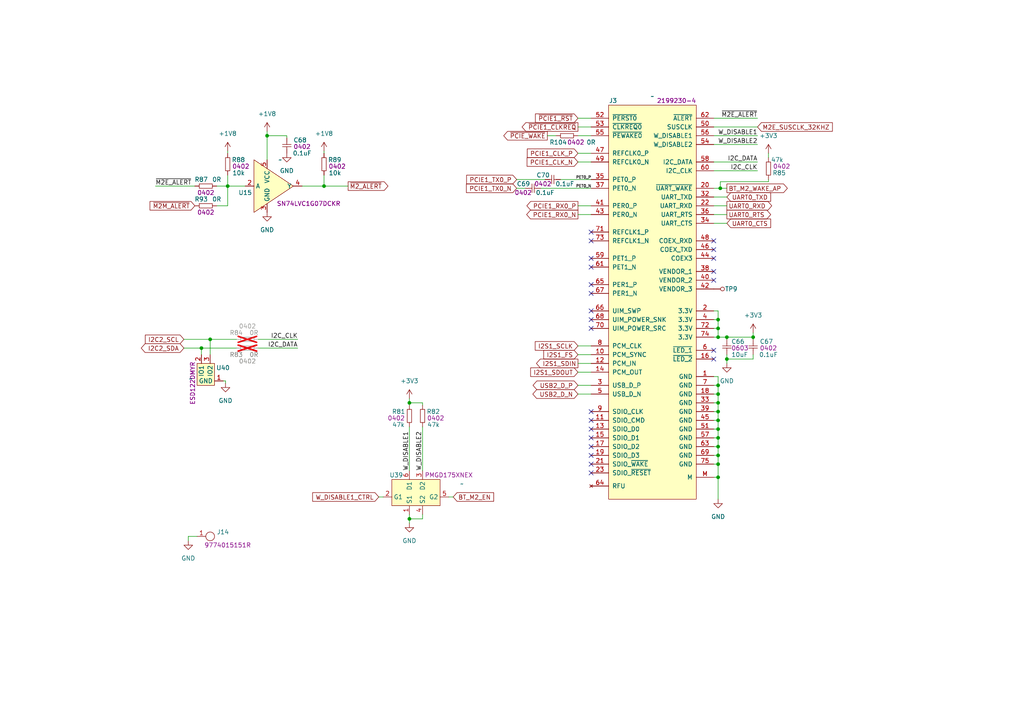
<source format=kicad_sch>
(kicad_sch (version 20230121) (generator eeschema)
  (paper "A4")
  (lib_symbols
    (symbol "antmicro_orin_baseboard:2199230-6" (pin_names (offset 1.016))
      (property "Reference" "J" (at 0 36.83 0))
      (property "Value" "2199230-6" (at 0 34.2931 0))
      (symbol "2199230-6_0_1"
        (rectangle (start -12.7 33.02) (end 12.7 -81.28) (fill (type background)))
      )
      (symbol "2199230-6_1_1"
        (pin power_in line (at 17.78 -45.72 180) (length 5.08) (name "GND") (number "1"))
        (pin bidirectional line (at -17.78 -39.37 0) (length 5.08) (name "PCM_SYNC") (number "10"))
        (pin bidirectional line (at -17.78 -58.42 0) (length 5.08) (name "SDIO_CMD") (number "11"))
        (pin bidirectional line (at -17.78 -41.91 0) (length 5.08) (name "PCM_IN") (number "12"))
        (pin bidirectional line (at -17.78 -60.96 0) (length 5.08) (name "SDIO_D0") (number "13"))
        (pin bidirectional line (at -17.78 -44.45 0) (length 5.08) (name "PCM_OUT") (number "14"))
        (pin bidirectional line (at -17.78 -63.5 0) (length 5.08) (name "SDIO_D1") (number "15"))
        (pin output line (at 17.78 -40.64 180) (length 5.08) (name "~{LED_2}") (number "16"))
        (pin bidirectional line (at -17.78 -66.04 0) (length 5.08) (name "SDIO_D2") (number "17"))
        (pin power_in line (at 17.78 -50.8 180) (length 5.08) (name "GND") (number "18"))
        (pin bidirectional line (at -17.78 -68.58 0) (length 5.08) (name "SDIO_D3") (number "19"))
        (pin power_in line (at 17.78 -26.67 180) (length 5.08) (name "3.3V") (number "2"))
        (pin output line (at 17.78 8.89 180) (length 5.08) (name "~{UART_WAKE}") (number "20"))
        (pin bidirectional line (at -17.78 -71.12 0) (length 5.08) (name "SDIO_~{WAKE}") (number "21"))
        (pin bidirectional line (at 17.78 3.81 180) (length 5.08) (name "UART_RXD") (number "22"))
        (pin input line (at -17.78 -73.66 0) (length 5.08) (name "SDIO_~{RESET}") (number "23"))
        (pin bidirectional line (at -17.78 -48.26 0) (length 5.08) (name "USB_D_P") (number "3"))
        (pin bidirectional line (at 17.78 6.35 180) (length 5.08) (name "UART_TXD") (number "32"))
        (pin power_in line (at 17.78 -53.34 180) (length 5.08) (name "GND") (number "33"))
        (pin bidirectional line (at 17.78 -1.27 180) (length 5.08) (name "UART_CTS") (number "34"))
        (pin input line (at -17.78 11.43 0) (length 5.08) (name "PET0_P") (number "35"))
        (pin bidirectional line (at 17.78 1.27 180) (length 5.08) (name "UART_RTS") (number "36"))
        (pin input line (at -17.78 8.89 0) (length 5.08) (name "PET0_N") (number "37"))
        (pin bidirectional line (at 17.78 -15.24 180) (length 5.08) (name "VENDOR_1") (number "38"))
        (pin power_in line (at 17.78 -55.88 180) (length 5.08) (name "GND") (number "39"))
        (pin power_in line (at 17.78 -29.21 180) (length 5.08) (name "3.3V") (number "4"))
        (pin bidirectional line (at 17.78 -17.78 180) (length 5.08) (name "VENDOR_2") (number "40"))
        (pin output line (at -17.78 3.81 0) (length 5.08) (name "PER0_P") (number "41"))
        (pin bidirectional line (at 17.78 -20.32 180) (length 5.08) (name "VENDOR_3") (number "42"))
        (pin output line (at -17.78 1.27 0) (length 5.08) (name "PER0_N") (number "43"))
        (pin bidirectional line (at 17.78 -11.43 180) (length 5.08) (name "COEX3") (number "44"))
        (pin power_in line (at 17.78 -58.42 180) (length 5.08) (name "GND") (number "45"))
        (pin bidirectional line (at 17.78 -8.89 180) (length 5.08) (name "COEX_TXD") (number "46"))
        (pin input line (at -17.78 19.05 0) (length 5.08) (name "REFCLK0_P") (number "47"))
        (pin bidirectional line (at 17.78 -6.35 180) (length 5.08) (name "COEX_RXD") (number "48"))
        (pin input line (at -17.78 16.51 0) (length 5.08) (name "REFCLK0_N") (number "49"))
        (pin bidirectional line (at -17.78 -50.8 0) (length 5.08) (name "USB_D_N") (number "5"))
        (pin input line (at 17.78 26.67 180) (length 5.08) (name "SUSCLK") (number "50"))
        (pin power_in line (at 17.78 -60.96 180) (length 5.08) (name "GND") (number "51"))
        (pin input line (at -17.78 29.21 0) (length 5.08) (name "~{PERST0}") (number "52"))
        (pin output line (at -17.78 26.67 0) (length 5.08) (name "~{CLKREQ0}") (number "53"))
        (pin input line (at 17.78 21.59 180) (length 5.08) (name "W_DISABLE2") (number "54"))
        (pin output line (at -17.78 24.13 0) (length 5.08) (name "~{PEWAKE0}") (number "55"))
        (pin input line (at 17.78 24.13 180) (length 5.08) (name "W_DISABLE1") (number "56"))
        (pin power_in line (at 17.78 -63.5 180) (length 5.08) (name "GND") (number "57"))
        (pin bidirectional line (at 17.78 16.51 180) (length 5.08) (name "I2C_DATA") (number "58"))
        (pin input line (at -17.78 -11.43 0) (length 5.08) (name "PET1_P") (number "59"))
        (pin output line (at 17.78 -38.1 180) (length 5.08) (name "~{LED_1}") (number "6"))
        (pin bidirectional line (at 17.78 13.97 180) (length 5.08) (name "I2C_CLK") (number "60"))
        (pin input line (at -17.78 -13.97 0) (length 5.08) (name "PET1_N") (number "61"))
        (pin output line (at 17.78 29.21 180) (length 5.08) (name "~{ALERT}") (number "62"))
        (pin power_in line (at 17.78 -66.04 180) (length 5.08) (name "GND") (number "63"))
        (pin no_connect line (at -17.78 -77.47 0) (length 5.08) (name "RFU") (number "64"))
        (pin output line (at -17.78 -19.05 0) (length 5.08) (name "PER1_P") (number "65"))
        (pin bidirectional line (at -17.78 -26.67 0) (length 5.08) (name "UIM_SWP") (number "66"))
        (pin output line (at -17.78 -21.59 0) (length 5.08) (name "PER1_N") (number "67"))
        (pin bidirectional line (at -17.78 -29.21 0) (length 5.08) (name "UIM_POWER_SNK") (number "68"))
        (pin power_in line (at 17.78 -68.58 180) (length 5.08) (name "GND") (number "69"))
        (pin power_in line (at 17.78 -48.26 180) (length 5.08) (name "GND") (number "7"))
        (pin bidirectional line (at -17.78 -31.75 0) (length 5.08) (name "UIM_POWER_SRC") (number "70"))
        (pin input line (at -17.78 -3.81 0) (length 5.08) (name "REFCLK1_P") (number "71"))
        (pin power_in line (at 17.78 -31.75 180) (length 5.08) (name "3.3V") (number "72"))
        (pin input line (at -17.78 -6.35 0) (length 5.08) (name "REFCLK1_N") (number "73"))
        (pin power_in line (at 17.78 -34.29 180) (length 5.08) (name "3.3V") (number "74"))
        (pin power_in line (at 17.78 -71.12 180) (length 5.08) (name "GND") (number "75"))
        (pin bidirectional line (at -17.78 -36.83 0) (length 5.08) (name "PCM_CLK") (number "8"))
        (pin input line (at -17.78 -55.88 0) (length 5.08) (name "SDIO_CLK") (number "9"))
        (pin passive line (at 17.78 -74.93 180) (length 5.08) (name "M") (number "M"))
      )
    )
    (symbol "antmicro_orin_baseboard:TP_SMD_0_75MM" (pin_numbers hide) (pin_names (offset 0))
      (property "Reference" "TP" (at -2.54 1.27 0))
      (symbol "TP_SMD_0_75MM_0_1"
        (circle (center 0 0) (radius 0.5588))
      )
      (symbol "TP_SMD_0_75MM_1_1"
        (pin passive line (at 0 2.54 270) (length 1.905) (name "~") (number "1"))
      )
    )
    (symbol "power:+1V8" (power) (pin_names (offset 0))
      (property "Value" "+1V8" (at 0 3.556 0))
      (symbol "+1V8_0_1"
        (polyline (pts (xy -0.762 1.27) (xy 0 2.54)))
        (polyline (pts (xy 0 0) (xy 0 2.54)))
        (polyline (pts (xy 0 2.54) (xy 0.762 1.27)))
      )
      (symbol "+1V8_1_1"
        (pin power_in line (at 0 0 90) (length 0) hide (name "+1V8") (number "1"))
      )
    )
    (symbol "power:+3V3" (power) (pin_names (offset 0))
      (property "Value" "+3V3" (at 0 3.556 0))
      (symbol "+3V3_0_1"
        (polyline (pts (xy -0.762 1.27) (xy 0 2.54)))
        (polyline (pts (xy 0 0) (xy 0 2.54)))
        (polyline (pts (xy 0 2.54) (xy 0.762 1.27)))
      )
      (symbol "+3V3_1_1"
        (pin power_in line (at 0 0 90) (length 0) hide (name "+3V3") (number "1"))
      )
    )
    (symbol "power:GND" (power) (pin_names (offset 0))
      (property "Value" "GND" (at 0 -3.81 0))
      (symbol "GND_0_1"
        (polyline (pts (xy 0 0) (xy 0 -1.27) (xy 1.27 -1.27) (xy 0 -2.54) (xy -1.27 -1.27) (xy 0 -1.27)))
      )
      (symbol "GND_1_1"
        (pin power_in line (at 0 0 270) (length 0) hide (name "GND") (number "1"))
      )
    )
    (symbol "the_backrooms:ESD122"
      (property "Reference" "U" (at 0 0 0))
      (property "Value" "ESD122" (at 0 0 0))
      (symbol "ESD122_1_1"
        (rectangle (start 1.27 -5.08) (end 6.35 -11.43) (fill (type background)))
        (pin power_in line (at 8.89 -10.16 180) (length 2.54) (name "GND") (number "1"))
        (pin free line (at 2.54 -2.54 270) (length 2.54) (name "IO1") (number "2"))
        (pin free line (at 5.08 -2.54 270) (length 2.54) (name "IO2") (number "3"))
      )
    )
    (symbol "the_backrooms:PMGD175XNE"
      (property "Reference" "U" (at 0 0 0))
      (property "Value" "PMGD175XNE" (at 0 0 0))
      (symbol "PMGD175XNE_1_1"
        (rectangle (start 2.54 -2.54) (end 16.51 -10.16) (fill (type background)))
        (pin free line (at 7.62 -12.7 90) (length 2.54) (name "S1") (number "1"))
        (pin free line (at 0 -7.62 0) (length 2.54) (name "G1") (number "2"))
        (pin free line (at 11.43 0 270) (length 2.54) (name "D2") (number "3"))
        (pin free line (at 11.43 -12.7 90) (length 2.54) (name "S2") (number "4"))
        (pin free line (at 19.05 -7.62 180) (length 2.54) (name "G2") (number "5"))
        (pin free line (at 7.62 0 270) (length 2.54) (name "D1") (number "6"))
      )
    )
    (symbol "the_backrooms:SN74LVC1G07"
      (property "Reference" "U" (at 0 0 0))
      (symbol "SN74LVC1G07_1_1"
        (polyline (pts (xy -3.81 -7.62) (xy 3.81 -2.54) (xy 7.62 0) (xy 7.62 -15.24) (xy -3.81 -7.62)) (fill (type background)))
        (pin input line (at 10.16 -7.62 180) (length 2.54) (name "A") (number "2"))
        (pin power_in line (at 3.81 -15.24 90) (length 2.54) (name "GND") (number "3"))
        (pin output line (at -6.35 -7.62 0) (length 2.54) (name "Y") (number "4"))
        (pin power_in line (at 3.81 0 270) (length 2.54) (name "VCC") (number "5"))
      )
    )
    (symbol "the_backrooms:cap_0402"
      (property "Reference" "C" (at -0.635 0 0))
      (property "Package/Case" "0402" (at -1.27 1.27 0))
      (symbol "cap_0402_0_1"
        (polyline (pts (xy 1.905 0) (xy 1.905 -1.27)))
        (polyline (pts (xy 2.54 1.27) (xy 2.54 -1.27)))
        (polyline (pts (xy 3.175 0) (xy 2.54 0)))
        (polyline (pts (xy 1.27 0) (xy 1.905 0) (xy 1.905 1.27)))
      )
      (symbol "cap_0402_1_1"
        (pin free line (at 0 0 0) (length 1.27) (name "") (number "1"))
        (pin free line (at 4.445 0 180) (length 1.27) (name "") (number "2"))
      )
    )
    (symbol "the_backrooms:cap_0603"
      (property "Reference" "C" (at 0 0 0))
      (property "Package/Case" "0603" (at 0 0 0))
      (symbol "cap_0603_0_1"
        (polyline (pts (xy 1.905 0) (xy 1.905 -1.27)))
        (polyline (pts (xy 2.54 1.27) (xy 2.54 -1.27)))
        (polyline (pts (xy 3.175 0) (xy 2.54 0)))
        (polyline (pts (xy 1.27 0) (xy 1.905 0) (xy 1.905 1.27)))
      )
      (symbol "cap_0603_1_1"
        (pin free line (at 0 0 0) (length 1.27) (name "") (number "1"))
        (pin free line (at 4.445 0 180) (length 1.27) (name "") (number "2"))
      )
    )
    (symbol "the_backrooms:m.2_mounting"
      (property "Reference" "J" (at 0 0 0))
      (property "Value" "m.2_mounting" (at 0 0 0))
      (symbol "m.2_mounting_0_1"
        (circle (center 1.27 0) (radius 1.27))
      )
      (symbol "m.2_mounting_1_1"
        (pin input line (at -2.54 0 0) (length 2.54) (name "GND") (number "1"))
      )
    )
    (symbol "the_backrooms:res_0402"
      (property "Reference" "R" (at 3.175 -1.905 0))
      (property "Package/Case" "0402" (at -3.175 1.905 0))
      (symbol "res_0402_0_1"
        (rectangle (start 1.27 0.635) (end 5.08 -0.635))
      )
      (symbol "res_0402_1_1"
        (pin free line (at 0 0 0) (length 1.27) (name "") (number "1"))
        (pin free line (at 6.35 0 180) (length 1.27) (name "") (number "2"))
      )
    )
  )
  (junction (at 208.28 129.54))
  (junction (at 208.28 119.38))
  (junction (at 60.96 98.425))
  (junction (at 77.47 39.37))
  (junction (at 210.82 104.14))
  (junction (at 208.28 97.79))
  (junction (at 208.915 54.61))
  (junction (at 208.28 121.92))
  (junction (at 208.28 114.3))
  (junction (at 218.44 97.79))
  (junction (at 93.98 53.975))
  (junction (at 208.28 111.76))
  (junction (at 208.28 134.62))
  (junction (at 118.745 150.495))
  (junction (at 208.28 132.08))
  (junction (at 208.28 127))
  (junction (at 208.28 116.84))
  (junction (at 208.28 95.25))
  (junction (at 66.04 53.975))
  (junction (at 210.82 97.79))
  (junction (at 208.28 138.43))
  (junction (at 208.28 92.71))
  (junction (at 118.745 116.84))
  (junction (at 58.42 100.965))
  (junction (at 208.28 124.46))
  (no_connect (at 171.45 82.55))
  (no_connect (at 171.45 129.54))
  (no_connect (at 171.45 74.93))
  (no_connect (at 171.45 124.46))
  (no_connect (at 171.45 77.47))
  (no_connect (at 171.45 92.71))
  (no_connect (at 171.45 119.38))
  (no_connect (at 171.45 132.08))
  (no_connect (at 207.01 81.28))
  (no_connect (at 171.45 90.17))
  (no_connect (at 207.01 78.74))
  (no_connect (at 171.45 134.62))
  (no_connect (at 171.45 127))
  (no_connect (at 207.01 72.39))
  (no_connect (at 207.01 101.6))
  (no_connect (at 207.01 104.14))
  (no_connect (at 171.45 95.25))
  (no_connect (at 207.01 74.93))
  (no_connect (at 171.45 137.16))
  (no_connect (at 171.45 67.31))
  (no_connect (at 171.45 121.92))
  (no_connect (at 171.45 85.09))
  (no_connect (at 207.01 69.85))
  (no_connect (at 171.45 69.85))
  (wire (pts (xy 210.82 104.14) (xy 210.82 105.41)))
  (wire (pts (xy 207.01 62.23) (xy 210.82 62.23)))
  (wire (pts (xy 207.01 129.54) (xy 208.28 129.54)))
  (wire (pts (xy 208.915 54.61) (xy 210.82 54.61)))
  (wire (pts (xy 167.64 105.41) (xy 171.45 105.41)))
  (wire (pts (xy 208.28 138.43) (xy 208.28 134.62)))
  (wire (pts (xy 207.01 39.37) (xy 219.71 39.37)))
  (wire (pts (xy 58.42 100.965) (xy 58.42 102.87)))
  (wire (pts (xy 66.04 50.8) (xy 66.04 53.975)))
  (wire (pts (xy 77.47 46.355) (xy 77.47 39.37)))
  (wire (pts (xy 93.98 43.815) (xy 93.98 44.45)))
  (wire (pts (xy 83.185 39.37) (xy 83.185 40.005)))
  (wire (pts (xy 60.96 98.425) (xy 68.58 98.425)))
  (wire (pts (xy 208.28 134.62) (xy 208.28 132.08)))
  (wire (pts (xy 65.405 111.125) (xy 65.405 110.49)))
  (wire (pts (xy 222.885 44.45) (xy 222.885 45.72)))
  (wire (pts (xy 109.855 144.145) (xy 111.125 144.145)))
  (wire (pts (xy 207.01 41.91) (xy 219.71 41.91)))
  (wire (pts (xy 167.64 111.76) (xy 171.45 111.76)))
  (wire (pts (xy 87.63 53.975) (xy 93.98 53.975)))
  (wire (pts (xy 66.04 59.69) (xy 66.04 53.975)))
  (wire (pts (xy 210.82 104.14) (xy 218.44 104.14)))
  (wire (pts (xy 207.01 114.3) (xy 208.28 114.3)))
  (wire (pts (xy 167.64 102.87) (xy 171.45 102.87)))
  (wire (pts (xy 208.28 97.79) (xy 210.82 97.79)))
  (wire (pts (xy 210.82 102.87) (xy 210.82 104.14)))
  (wire (pts (xy 66.04 43.815) (xy 66.04 44.45)))
  (wire (pts (xy 208.28 121.92) (xy 207.01 121.92)))
  (wire (pts (xy 208.28 138.43) (xy 208.28 144.78)))
  (wire (pts (xy 74.93 98.425) (xy 86.36 98.425)))
  (wire (pts (xy 208.28 119.38) (xy 208.28 121.92)))
  (wire (pts (xy 218.44 96.52) (xy 218.44 97.79)))
  (wire (pts (xy 62.865 53.975) (xy 66.04 53.975)))
  (wire (pts (xy 158.75 39.37) (xy 161.29 39.37)))
  (wire (pts (xy 60.96 98.425) (xy 60.96 102.87)))
  (wire (pts (xy 207.01 124.46) (xy 208.28 124.46)))
  (wire (pts (xy 208.28 114.3) (xy 208.28 116.84)))
  (wire (pts (xy 118.745 150.495) (xy 118.745 151.765)))
  (wire (pts (xy 54.61 155.575) (xy 57.15 155.575)))
  (wire (pts (xy 53.34 100.965) (xy 58.42 100.965)))
  (wire (pts (xy 122.555 116.84) (xy 122.555 117.475)))
  (wire (pts (xy 208.28 127) (xy 207.01 127)))
  (wire (pts (xy 207.01 138.43) (xy 208.28 138.43)))
  (wire (pts (xy 208.28 116.84) (xy 207.01 116.84)))
  (wire (pts (xy 208.28 129.54) (xy 208.28 127)))
  (wire (pts (xy 208.28 124.46) (xy 208.28 121.92)))
  (wire (pts (xy 167.64 44.45) (xy 171.45 44.45)))
  (wire (pts (xy 122.555 123.825) (xy 122.555 136.525)))
  (wire (pts (xy 118.745 115.57) (xy 118.745 116.84)))
  (wire (pts (xy 208.28 119.38) (xy 208.28 116.84)))
  (wire (pts (xy 167.64 34.29) (xy 171.45 34.29)))
  (wire (pts (xy 208.28 97.79) (xy 207.01 97.79)))
  (wire (pts (xy 222.885 52.705) (xy 222.885 52.07)))
  (wire (pts (xy 207.01 46.99) (xy 219.71 46.99)))
  (wire (pts (xy 167.64 62.23) (xy 171.45 62.23)))
  (wire (pts (xy 149.86 54.61) (xy 152.4 54.61)))
  (wire (pts (xy 122.555 150.495) (xy 118.745 150.495)))
  (wire (pts (xy 149.86 52.07) (xy 158.115 52.07)))
  (wire (pts (xy 122.555 149.225) (xy 122.555 150.495)))
  (wire (pts (xy 167.64 39.37) (xy 171.45 39.37)))
  (wire (pts (xy 118.745 123.825) (xy 118.745 136.525)))
  (wire (pts (xy 208.28 132.08) (xy 207.01 132.08)))
  (wire (pts (xy 167.64 59.69) (xy 171.45 59.69)))
  (wire (pts (xy 156.845 54.61) (xy 171.45 54.61)))
  (wire (pts (xy 93.98 53.975) (xy 100.965 53.975)))
  (wire (pts (xy 167.64 114.3) (xy 171.45 114.3)))
  (wire (pts (xy 208.28 124.46) (xy 208.28 127)))
  (wire (pts (xy 208.28 114.3) (xy 208.28 111.76)))
  (wire (pts (xy 53.34 98.425) (xy 60.96 98.425)))
  (wire (pts (xy 207.01 36.83) (xy 219.71 36.83)))
  (wire (pts (xy 208.28 129.54) (xy 208.28 132.08)))
  (wire (pts (xy 210.82 97.79) (xy 210.82 98.425)))
  (wire (pts (xy 118.745 116.84) (xy 122.555 116.84)))
  (wire (pts (xy 118.745 150.495) (xy 118.745 149.225)))
  (wire (pts (xy 207.01 54.61) (xy 208.915 54.61)))
  (wire (pts (xy 208.28 95.25) (xy 208.28 97.79)))
  (wire (pts (xy 210.82 97.79) (xy 218.44 97.79)))
  (wire (pts (xy 207.01 34.29) (xy 219.71 34.29)))
  (wire (pts (xy 207.01 90.17) (xy 208.28 90.17)))
  (wire (pts (xy 162.56 52.07) (xy 171.45 52.07)))
  (wire (pts (xy 77.47 39.37) (xy 83.185 39.37)))
  (wire (pts (xy 167.64 107.95) (xy 171.45 107.95)))
  (wire (pts (xy 208.915 54.61) (xy 208.915 52.705)))
  (wire (pts (xy 208.28 109.22) (xy 208.28 111.76)))
  (wire (pts (xy 218.44 104.14) (xy 218.44 102.87)))
  (wire (pts (xy 54.61 155.575) (xy 54.61 156.845)))
  (wire (pts (xy 74.93 100.965) (xy 86.36 100.965)))
  (wire (pts (xy 207.01 57.15) (xy 210.82 57.15)))
  (wire (pts (xy 208.28 92.71) (xy 208.28 95.25)))
  (wire (pts (xy 207.01 59.69) (xy 210.82 59.69)))
  (wire (pts (xy 207.01 49.53) (xy 219.71 49.53)))
  (wire (pts (xy 77.47 38.1) (xy 77.47 39.37)))
  (wire (pts (xy 208.915 52.705) (xy 222.885 52.705)))
  (wire (pts (xy 93.98 50.8) (xy 93.98 53.975)))
  (wire (pts (xy 118.745 116.84) (xy 118.745 117.475)))
  (wire (pts (xy 208.28 95.25) (xy 207.01 95.25)))
  (wire (pts (xy 167.64 100.33) (xy 171.45 100.33)))
  (wire (pts (xy 208.28 90.17) (xy 208.28 92.71)))
  (wire (pts (xy 58.42 100.965) (xy 68.58 100.965)))
  (wire (pts (xy 208.28 92.71) (xy 207.01 92.71)))
  (wire (pts (xy 208.28 111.76) (xy 207.01 111.76)))
  (wire (pts (xy 65.405 110.49) (xy 64.77 110.49)))
  (wire (pts (xy 62.865 59.69) (xy 66.04 59.69)))
  (wire (pts (xy 167.64 36.83) (xy 171.45 36.83)))
  (wire (pts (xy 207.01 119.38) (xy 208.28 119.38)))
  (wire (pts (xy 207.01 64.77) (xy 210.82 64.77)))
  (wire (pts (xy 66.04 53.975) (xy 71.12 53.975)))
  (wire (pts (xy 218.44 97.79) (xy 218.44 98.425)))
  (wire (pts (xy 56.515 53.975) (xy 45.085 53.975)))
  (wire (pts (xy 130.175 144.145) (xy 131.445 144.145)))
  (wire (pts (xy 207.01 109.22) (xy 208.28 109.22)))
  (wire (pts (xy 207.01 134.62) (xy 208.28 134.62)))
  (wire (pts (xy 167.64 46.99) (xy 171.45 46.99)))
  (label "I2C_CLK" (at 219.71 49.53 180))
  (label "W_DISABLE1" (at 118.745 136.525 90))
  (label "~{M2E_ALERT}" (at 45.085 53.975 0))
  (label "~{M2E_ALERT}" (at 219.71 34.29 180))
  (label "PET0_P" (at 167.005 52.07 0) (effects (font (size 0.8 0.8))))
  (label "I2C_CLK" (at 86.36 98.425 180))
  (label "I2C_DATA" (at 219.71 46.99 180))
  (label "PET0_N" (at 167.005 54.61 0) (effects (font (size 0.8 0.8))))
  (label "W_DISABLE2" (at 219.71 41.91 180))
  (label "I2C_DATA" (at 86.36 100.965 180))
  (label "W_DISABLE2" (at 122.555 136.525 90))
  (label "W_DISABLE1" (at 219.71 39.37 180))
  (global_label "PCIE1_TX0_P" (shape input) (at 149.86 52.07 180) (property "Intersheetrefs" "${INTERSHEET_REFS}" (at 134.7797 52.07 0) (effects (justify right))))
  (global_label "UART0_TXD" (shape input) (at 210.82 57.15 0) (property "Intersheetrefs" "${INTERSHEET_REFS}" (at 224.0861 57.15 0) (effects (justify left))))
  (global_label "W_DISABLE1_CTRL" (shape input) (at 109.855 144.145 180) (property "Intersheetrefs" "${INTERSHEET_REFS}" (at 90.118 144.145 0) (effects (justify right))))
  (global_label "~{PCIE1_CLKREQ}" (shape output) (at 167.64 36.83 180) (property "Intersheetrefs" "${INTERSHEET_REFS}" (at 150.8663 36.83 0) (effects (justify right))))
  (global_label "I2S1_SDIN" (shape output) (at 167.64 105.41 180) (property "Intersheetrefs" "${INTERSHEET_REFS}" (at 155.0391 105.41 0) (effects (justify right))))
  (global_label "PCIE1_TX0_N" (shape input) (at 149.86 54.61 180) (property "Intersheetrefs" "${INTERSHEET_REFS}" (at 134.7192 54.61 0) (effects (justify right))))
  (global_label "PCIE1_RX0_N" (shape output) (at 167.64 62.23 180) (property "Intersheetrefs" "${INTERSHEET_REFS}" (at 152.1968 62.23 0) (effects (justify right))))
  (global_label "~{M2_ALERT}" (shape output) (at 100.965 53.975 0) (property "Intersheetrefs" "${INTERSHEET_REFS}" (at 113.082 53.975 0) (effects (justify left))))
  (global_label "BT_M2_WAKE_AP" (shape output) (at 210.82 54.61 0) (property "Intersheetrefs" "${INTERSHEET_REFS}" (at 228.9241 54.61 0) (effects (justify left))))
  (global_label "~{PCIE_WAKE}" (shape output) (at 158.75 39.37 180) (property "Intersheetrefs" "${INTERSHEET_REFS}" (at 145.5444 39.37 0) (effects (justify right))))
  (global_label "~{PCIE1_RST}" (shape input) (at 167.64 34.29 180) (property "Intersheetrefs" "${INTERSHEET_REFS}" (at 154.7368 34.29 0) (effects (justify right))))
  (global_label "I2C2_SCL" (shape input) (at 53.34 98.425 180) (property "Intersheetrefs" "${INTERSHEET_REFS}" (at 41.5858 98.425 0) (effects (justify right))))
  (global_label "UART0_CTS" (shape input) (at 210.82 64.77 0) (property "Intersheetrefs" "${INTERSHEET_REFS}" (at 224.0861 64.77 0) (effects (justify left))))
  (global_label "UART0_RTS" (shape output) (at 210.82 62.23 0) (property "Intersheetrefs" "${INTERSHEET_REFS}" (at 224.0861 62.23 0) (effects (justify left))))
  (global_label "I2S1_SCLK" (shape input) (at 167.64 100.33 180) (property "Intersheetrefs" "${INTERSHEET_REFS}" (at 154.6763 100.33 0) (effects (justify right))))
  (global_label "PCIE1_CLK_P" (shape input) (at 167.64 44.45 180) (property "Intersheetrefs" "${INTERSHEET_REFS}" (at 152.3782 44.45 0) (effects (justify right))))
  (global_label "BT_M2_EN" (shape input) (at 131.445 144.145 0) (property "Intersheetrefs" "${INTERSHEET_REFS}" (at 143.7434 144.145 0) (effects (justify left))))
  (global_label "I2C2_SDA" (shape bidirectional) (at 53.34 100.965 180) (property "Intersheetrefs" "${INTERSHEET_REFS}" (at 40.414 100.965 0) (effects (justify right))))
  (global_label "PCIE1_RX0_P" (shape output) (at 167.64 59.69 180) (property "Intersheetrefs" "${INTERSHEET_REFS}" (at 152.2573 59.69 0) (effects (justify right))))
  (global_label "PCIE1_CLK_N" (shape input) (at 167.64 46.99 180) (property "Intersheetrefs" "${INTERSHEET_REFS}" (at 152.3177 46.99 0) (effects (justify right))))
  (global_label "USB2_D_P" (shape bidirectional) (at 167.64 111.76 180) (property "Intersheetrefs" "${INTERSHEET_REFS}" (at 154.0488 111.76 0) (effects (justify right))))
  (global_label "I2S1_FS" (shape input) (at 167.64 102.87 180) (property "Intersheetrefs" "${INTERSHEET_REFS}" (at 157.1558 102.87 0) (effects (justify right))))
  (global_label "M2E_SUSCLK_32KHZ" (shape input) (at 219.71 36.83 0) (property "Intersheetrefs" "${INTERSHEET_REFS}" (at 241.9869 36.83 0) (effects (justify left))))
  (global_label "~{M2M_ALERT}" (shape input) (at 56.515 59.69 180) (property "Intersheetrefs" "${INTERSHEET_REFS}" (at 42.9466 59.69 0) (effects (justify right))))
  (global_label "UART0_RXD" (shape output) (at 210.82 59.69 0) (property "Intersheetrefs" "${INTERSHEET_REFS}" (at 224.3885 59.69 0) (effects (justify left))))
  (global_label "I2S1_SDOUT" (shape input) (at 167.64 107.95 180) (property "Intersheetrefs" "${INTERSHEET_REFS}" (at 153.3458 107.95 0) (effects (justify right))))
  (global_label "USB2_D_N" (shape bidirectional) (at 167.64 114.3 180) (property "Intersheetrefs" "${INTERSHEET_REFS}" (at 153.9883 114.3 0) (effects (justify right))))
  (symbol (lib_id "the_backrooms:res_0402") (at 222.885 45.72 270) (unit 1)
    (property "Reference" "R85" (at 227.965 50.165 90) (effects (justify right)))
    (property "Value" "47k" (at 225.425 46.355 90))
    (property "Footprint" "the_backrooms:0402_res" (effects hide))
    (property "Package/Case" "0402" (at 229.235 48.26 90) (effects (justify right)))
    (property "Mfr. No." "RC0402FR-0747KL" (effects hide))
    (property "Description" " 47k 0402 62.5mW 1%" (effects hide))
  )
  (symbol (lib_id "power:+3V3") (at 118.745 115.57 0) (unit 1)
    (property "Reference" "#PWR0130" (effects hide))
    (property "Value" "+3V3" (at 118.745 110.49 0))
  )
  (symbol (lib_id "power:GND") (at 210.82 105.41 0) (unit 1)
    (property "Reference" "#PWR0133" (effects hide))
    (property "Value" "GND" (at 210.82 110.49 0))
  )
  (symbol (lib_id "the_backrooms:PMGD175XNE") (at 111.125 136.525 0) (unit 1)
    (property "Reference" "U39" (at 114.935 137.795 0))
    (property "Value" "~" (at 133.985 140.335 0))
    (property "Footprint" "the_backrooms:PMGD175XNE" (effects hide))
    (property "Datasheet" "https://www.mouser.de/datasheet/2/916/PMGD175XNE-2938677.pdf" (effects hide))
    (property "Mfr. No." "PMGD175XNEX" (at 130.175 137.795 0))
    (property "Package/Case" "TSSOP-6" (effects hide))
    (property "Description" "MOSFET PMGD175XNE/SOT363/SC-88" (effects hide))
  )
  (symbol (lib_id "the_backrooms:cap_0402") (at 218.44 102.87 90) (unit 1)
    (property "Reference" "C67" (at 220.345 99.06 90) (effects (justify right)))
    (property "Value" "0.1uF" (at 222.885 102.87 90))
    (property "Footprint" "the_backrooms:0402_cap" (effects hide))
    (property "Package/Case" "0402" (at 220.345 100.965 90) (effects (justify right)))
    (property "Mfr. No." "04025C104KAT4A" (effects hide))
    (property "Description" "0.1uF 0402 50V" (effects hide))
  )
  (symbol (lib_id "power:+1V8") (at 66.04 43.815 0) (unit 1)
    (property "Reference" "#PWR0139" (effects hide))
    (property "Value" "+1V8" (at 66.04 38.735 0))
  )
  (symbol (lib_id "power:GND") (at 65.405 111.125 0) (unit 1)
    (property "Reference" "#PWR0132" (effects hide))
    (property "Value" "GND" (at 65.405 116.205 0))
  )
  (symbol (lib_id "the_backrooms:res_0402") (at 122.555 123.825 270) (mirror x) (unit 1)
    (property "Reference" "R82" (at 127.635 119.38 90) (effects (justify right)))
    (property "Value" "47k" (at 125.73 123.19 90))
    (property "Footprint" "the_backrooms:0402_res" (effects hide))
    (property "Package/Case" "0402" (at 128.905 121.285 90) (effects (justify right)))
    (property "Mfr. No." "RC0402FR-0747KL" (effects hide))
    (property "Description" " 47k 0402 62.5mW 1%" (effects hide))
  )
  (symbol (lib_id "power:+1V8") (at 77.47 38.1 0) (unit 1)
    (property "Reference" "#PWR0142" (effects hide))
    (property "Value" "+1V8" (at 77.47 33.02 0))
  )
  (symbol (lib_id "the_backrooms:cap_0402") (at 83.185 44.45 90) (unit 1)
    (property "Reference" "C68" (at 85.09 40.64 90) (effects (justify right)))
    (property "Value" "0.1uF" (at 87.63 44.45 90))
    (property "Footprint" "the_backrooms:0402_cap" (effects hide))
    (property "Package/Case" "0402" (at 85.09 42.545 90) (effects (justify right)))
    (property "Mfr. No." "04025C104KAT4A" (effects hide))
    (property "Description" "0.1uF 0402 50V" (effects hide))
  )
  (symbol (lib_id "the_backrooms:res_0402") (at 68.58 100.965 0) (unit 1) (dnp yes)
    (property "Reference" "R83" (at 70.485 102.87 0) (effects (justify right)))
    (property "Value" "0R" (at 73.66 102.87 0))
    (property "Footprint" "the_backrooms:0402_res" (effects hide))
    (property "Package/Case" "0402" (at 74.295 104.775 0) (effects (justify right)))
    (property "Mfr. No." "CR0402-J/-000GLF" (effects hide))
    (property "Description" "0R 0402" (effects hide))
  )
  (symbol (lib_id "power:+1V8") (at 93.98 43.815 0) (unit 1)
    (property "Reference" "#PWR0143" (effects hide))
    (property "Value" "+1V8" (at 93.98 38.735 0))
  )
  (symbol (lib_id "the_backrooms:res_0402") (at 66.04 50.8 270) (mirror x) (unit 1)
    (property "Reference" "R88" (at 71.12 46.355 90) (effects (justify right)))
    (property "Value" "10k" (at 69.215 50.165 90))
    (property "Footprint" "the_backrooms:0402_res" (effects hide))
    (property "Package/Case" "0402" (at 72.39 48.26 90) (effects (justify right)))
    (property "Mfr. No." "RC0402FR-0710KL" (effects hide))
    (property "Description" "10k 0402 62.5mW 1%" (effects hide))
  )
  (symbol (lib_id "the_backrooms:res_0402") (at 118.745 123.825 90) (unit 1)
    (property "Reference" "R81" (at 113.665 119.38 90) (effects (justify right)))
    (property "Value" "47k" (at 115.57 123.19 90))
    (property "Footprint" "the_backrooms:0402_res" (effects hide))
    (property "Package/Case" "0402" (at 112.395 121.285 90) (effects (justify right)))
    (property "Mfr. No." "RC0402FR-0747KL" (effects hide))
    (property "Description" " 47k 0402 62.5mW 1%" (effects hide))
  )
  (symbol (lib_id "power:GND") (at 208.28 144.78 0) (unit 1)
    (property "Reference" "#PWR0128" (effects hide))
    (property "Value" "GND" (at 208.28 149.86 0))
  )
  (symbol (lib_id "antmicro_orin_baseboard:2199230-6") (at 189.23 63.5 0) (unit 1)
    (property "Reference" "J3" (at 177.8 29.21 0))
    (property "Value" "~" (at 189.23 27.94 0))
    (property "Footprint" "the_backrooms:2199230-4" (effects hide))
    (property "Datasheet" "https://www.mouser.de/datasheet/2/418/7/ENG_CD_2199230_B3-2029500.pdf" (effects hide))
    (property "MPN" "2199230-6 " (effects hide))
    (property "Manufacturer" "TE Connectivity " (effects hide))
    (property "Mfr. No." "2199230-4" (at 196.215 29.21 0))
    (property "Description" "PCI Express/PCI Connectors .5PITCH 4.2H KEY E EMBOSS NGFF MINICARD" (effects hide))
  )
  (symbol (lib_id "the_backrooms:cap_0402") (at 162.56 52.07 180) (unit 1)
    (property "Reference" "C70" (at 155.575 50.8 0) (effects (justify right)))
    (property "Value" "0.1uF" (at 163.83 53.34 0))
    (property "Footprint" "the_backrooms:0402_cap" (effects hide))
    (property "Package/Case" "0402" (at 154.94 53.34 0) (effects (justify right)))
    (property "Mfr. No." "04025C104KAT4A" (effects hide))
    (property "Description" "0.1uF 0402 50V" (effects hide))
  )
  (symbol (lib_id "the_backrooms:ESD122") (at 55.88 100.33 0) (unit 1)
    (property "Reference" "U40" (at 66.675 106.68 0) (effects (justify right)))
    (property "Value" "~" (at 55.88 109.855 0) (effects (justify right)))
    (property "Footprint" "the_backrooms:ESD122DMY" (effects hide))
    (property "Datasheet" "https://www.ti.com/lit/ds/symlink/esd122.pdf?HQS=dis-mous-null-mousermode-dsf-pf-null-wwe&ts=1689925057566&ref_url=https%253A%252F%252Fwww.mouser.co.uk%252F" (effects hide))
    (property "Mfr. No." "ESD122DMYR" (at 55.88 111.125 90))
    (property "Package/Case" "X2SON-3" (effects hide))
    (property "Description" "ESD Suppressors / TVS Diodes Dual 0.2-pF, +/-3.6-V, +/-18-kV ESD protection diode for USB Type-C and HDMI 2.0 3-X2SON -40 to 125" (effects hide))
  )
  (symbol (lib_id "power:GND") (at 83.185 44.45 0) (unit 1)
    (property "Reference" "#PWR0141" (effects hide))
    (property "Value" "GND" (at 83.185 49.53 0))
  )
  (symbol (lib_id "power:GND") (at 118.745 151.765 0) (unit 1)
    (property "Reference" "#PWR0131" (effects hide))
    (property "Value" "GND" (at 118.745 156.845 0))
  )
  (symbol (lib_id "antmicro_orin_baseboard:TP_SMD_0_75MM") (at 209.55 83.82 90) (unit 1) (in_bom no)
    (property "Reference" "TP9" (at 212.09 83.82 90))
    (property "Value" "TP_SMD_0_75MM" (effects hide))
    (property "Footprint" "jetson-orin-baseboard-footprints:Testpoint_smd_0_75mm" (effects hide))
  )
  (symbol (lib_id "the_backrooms:cap_0402") (at 156.845 54.61 180) (unit 1)
    (property "Reference" "C69" (at 149.86 53.34 0) (effects (justify right)))
    (property "Value" "0.1uF" (at 158.115 55.88 0))
    (property "Footprint" "the_backrooms:0402_cap" (effects hide))
    (property "Package/Case" "0402" (at 149.225 55.88 0) (effects (justify right)))
    (property "Mfr. No." "04025C104KAT4A" (effects hide))
    (property "Description" "0.1uF 0402 50V" (effects hide))
  )
  (symbol (lib_id "the_backrooms:res_0402") (at 93.98 50.8 270) (mirror x) (unit 1)
    (property "Reference" "R89" (at 99.06 46.355 90) (effects (justify right)))
    (property "Value" "10k" (at 97.155 50.165 90))
    (property "Footprint" "the_backrooms:0402_res" (effects hide))
    (property "Package/Case" "0402" (at 100.33 48.26 90) (effects (justify right)))
    (property "Mfr. No." "RC0402FR-0710KL" (effects hide))
    (property "Description" "10k 0402 62.5mW 1%" (effects hide))
  )
  (symbol (lib_id "power:GND") (at 77.47 61.595 0) (unit 1)
    (property "Reference" "#PWR0140" (effects hide))
    (property "Value" "GND" (at 77.47 66.675 0))
  )
  (symbol (lib_id "the_backrooms:res_0402") (at 161.29 39.37 0) (unit 1)
    (property "Reference" "R104" (at 164.465 41.275 0) (effects (justify right)))
    (property "Value" "0R" (at 171.45 41.275 0))
    (property "Footprint" "the_backrooms:0402_res" (effects hide))
    (property "Package/Case" "0402" (at 169.545 41.275 0) (effects (justify right)))
    (property "Mfr. No." "CR0402-J/-000GLF" (effects hide))
    (property "Description" "0R 0402" (effects hide))
  )
  (symbol (lib_id "the_backrooms:res_0402") (at 56.515 59.69 0) (unit 1)
    (property "Reference" "R93" (at 60.325 57.785 0) (effects (justify right)))
    (property "Value" "0R" (at 62.865 57.785 0))
    (property "Footprint" "the_backrooms:0402_res" (effects hide))
    (property "Package/Case" "0402" (at 62.23 61.595 0) (effects (justify right)))
    (property "Mfr. No." "CR0402-J/-000GLF" (effects hide))
    (property "Description" "0R 0402" (effects hide))
  )
  (symbol (lib_id "the_backrooms:m.2_mounting") (at 59.69 155.575 0) (unit 1)
    (property "Reference" "J14" (at 62.865 154.305 0) (effects (justify left)))
    (property "Footprint" "the_backrooms:m.2_mounting" (effects hide))
    (property "Datasheet" "https://katalog.we-online.com/em/datasheet/9774015151R.pdf" (effects hide))
    (property "Mfr. No." "9774015151R" (at 66.04 158.115 0))
    (property "Description" "Standoffs & Spacers WA-SMSI SMT Steel M2.5 Intrnl NonStop" (effects hide))
  )
  (symbol (lib_id "power:GND") (at 54.61 156.845 0) (unit 1)
    (property "Reference" "#PWR0129" (effects hide))
    (property "Value" "GND" (at 54.61 161.925 0))
  )
  (symbol (lib_id "the_backrooms:res_0402") (at 56.515 53.975 0) (unit 1)
    (property "Reference" "R87" (at 60.325 52.07 0) (effects (justify right)))
    (property "Value" "0R" (at 62.865 52.07 0))
    (property "Footprint" "the_backrooms:0402_res" (effects hide))
    (property "Package/Case" "0402" (at 62.23 55.88 0) (effects (justify right)))
    (property "Mfr. No." "CR0402-J/-000GLF" (effects hide))
    (property "Description" "0R 0402" (effects hide))
  )
  (symbol (lib_id "power:+3V3") (at 222.885 44.45 0) (unit 1)
    (property "Reference" "#PWR0135" (effects hide))
    (property "Value" "+3V3" (at 222.885 39.37 0))
  )
  (symbol (lib_id "the_backrooms:res_0402") (at 68.58 98.425 0) (mirror x) (unit 1) (dnp yes)
    (property "Reference" "R84" (at 70.485 96.52 0) (effects (justify right)))
    (property "Value" "0R" (at 73.66 96.52 0))
    (property "Footprint" "the_backrooms:0402_res" (effects hide))
    (property "Package/Case" "0402" (at 74.295 94.615 0) (effects (justify right)))
    (property "Mfr. No." "CR0402-J/-000GLF" (effects hide))
    (property "Description" "0R 0402" (effects hide))
  )
  (symbol (lib_id "power:+3V3") (at 218.44 96.52 0) (unit 1)
    (property "Reference" "#PWR0134" (effects hide))
    (property "Value" "+3V3" (at 218.44 91.44 0))
  )
  (symbol (lib_id "the_backrooms:SN74LVC1G07") (at 81.28 46.355 0) (mirror y) (unit 1)
    (property "Reference" "U15" (at 71.12 55.88 0))
    (property "Value" "~" (at 81.28 46.355 0))
    (property "Footprint" "the_backrooms:SN74LVC1G07" (effects hide))
    (property "Datasheet" "https://www.ti.com/lit/ds/symlink/sn74lvc1g07.pdf?HQS=dis-mous-null-mousermode-dsf-pf-null-wwe&ts=1689568647483&ref_url=https%253A%252F%252Fwww.mouser.com%252F" (effects hide))
    (property "Mfr. No." "SN74LVC1G07DCKR" (at 89.535 59.055 0))
    (property "Package/Case" " SC70-5" (effects hide))
    (property "Description" "Buffers & Line Drivers Single w/ OD" (effects hide))
  )
  (symbol (lib_id "the_backrooms:cap_0603") (at 210.82 102.87 90) (unit 1)
    (property "Reference" "C66" (at 212.09 99.06 90) (effects (justify right)))
    (property "Value" "10uF" (at 212.09 102.87 90) (effects (justify right)))
    (property "Footprint" "the_backrooms:0603_cap" (effects hide))
    (property "Package/Case" "0603" (at 212.09 100.965 90) (effects (justify right)))
    (property "Mfr. No." "0603ZW106MAT2A" (effects hide))
    (property "Description" "10uF 0603 10V" (effects hide))
  )
)
</source>
